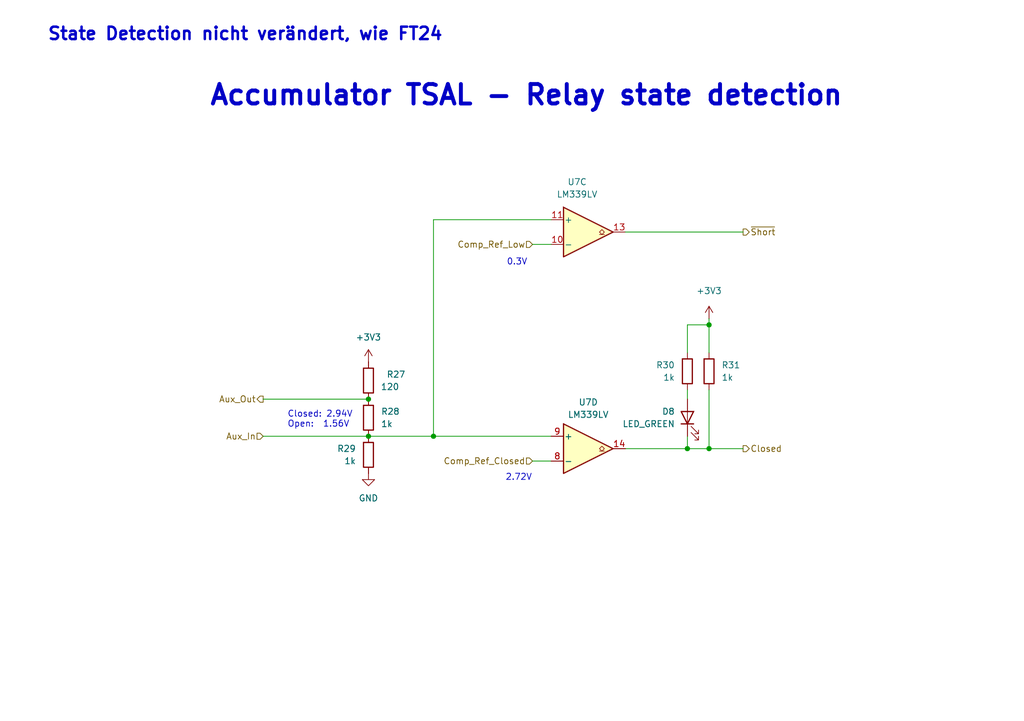
<source format=kicad_sch>
(kicad_sch
	(version 20231120)
	(generator "eeschema")
	(generator_version "8.0")
	(uuid "f2e9e1f3-b338-4b9d-939a-736f10e7d2a5")
	(paper "A5")
	(title_block
		(comment 2 "Accumulator TSAL - Relay state detection")
	)
	(lib_symbols
		(symbol "Comparator:LM339"
			(pin_names
				(offset 0.127)
			)
			(exclude_from_sim no)
			(in_bom yes)
			(on_board yes)
			(property "Reference" "U"
				(at 0 5.08 0)
				(effects
					(font
						(size 1.27 1.27)
					)
					(justify left)
				)
			)
			(property "Value" "LM339"
				(at 0 -5.08 0)
				(effects
					(font
						(size 1.27 1.27)
					)
					(justify left)
				)
			)
			(property "Footprint" ""
				(at -1.27 2.54 0)
				(effects
					(font
						(size 1.27 1.27)
					)
					(hide yes)
				)
			)
			(property "Datasheet" "https://www.st.com/resource/en/datasheet/lm139.pdf"
				(at 1.27 5.08 0)
				(effects
					(font
						(size 1.27 1.27)
					)
					(hide yes)
				)
			)
			(property "Description" "Quad Differential Comparators, SOIC-14/TSSOP-14"
				(at 0 0 0)
				(effects
					(font
						(size 1.27 1.27)
					)
					(hide yes)
				)
			)
			(property "ki_locked" ""
				(at 0 0 0)
				(effects
					(font
						(size 1.27 1.27)
					)
				)
			)
			(property "ki_keywords" "cmp open collector"
				(at 0 0 0)
				(effects
					(font
						(size 1.27 1.27)
					)
					(hide yes)
				)
			)
			(property "ki_fp_filters" "SOIC*3.9x8.7mm*P1.27mm* TSSOP*4.4x5mm*P0.65mm*"
				(at 0 0 0)
				(effects
					(font
						(size 1.27 1.27)
					)
					(hide yes)
				)
			)
			(symbol "LM339_1_1"
				(polyline
					(pts
						(xy -5.08 5.08) (xy 5.08 0) (xy -5.08 -5.08) (xy -5.08 5.08)
					)
					(stroke
						(width 0.254)
						(type default)
					)
					(fill
						(type background)
					)
				)
				(polyline
					(pts
						(xy 3.302 -0.508) (xy 2.794 -0.508) (xy 3.302 0) (xy 2.794 0.508) (xy 2.286 0) (xy 2.794 -0.508)
						(xy 2.286 -0.508)
					)
					(stroke
						(width 0.127)
						(type default)
					)
					(fill
						(type none)
					)
				)
				(pin open_collector line
					(at 7.62 0 180)
					(length 2.54)
					(name "~"
						(effects
							(font
								(size 1.27 1.27)
							)
						)
					)
					(number "2"
						(effects
							(font
								(size 1.27 1.27)
							)
						)
					)
				)
				(pin input line
					(at -7.62 -2.54 0)
					(length 2.54)
					(name "-"
						(effects
							(font
								(size 1.27 1.27)
							)
						)
					)
					(number "4"
						(effects
							(font
								(size 1.27 1.27)
							)
						)
					)
				)
				(pin input line
					(at -7.62 2.54 0)
					(length 2.54)
					(name "+"
						(effects
							(font
								(size 1.27 1.27)
							)
						)
					)
					(number "5"
						(effects
							(font
								(size 1.27 1.27)
							)
						)
					)
				)
			)
			(symbol "LM339_2_1"
				(polyline
					(pts
						(xy -5.08 5.08) (xy 5.08 0) (xy -5.08 -5.08) (xy -5.08 5.08)
					)
					(stroke
						(width 0.254)
						(type default)
					)
					(fill
						(type background)
					)
				)
				(polyline
					(pts
						(xy 3.302 -0.508) (xy 2.794 -0.508) (xy 3.302 0) (xy 2.794 0.508) (xy 2.286 0) (xy 2.794 -0.508)
						(xy 2.286 -0.508)
					)
					(stroke
						(width 0.127)
						(type default)
					)
					(fill
						(type none)
					)
				)
				(pin open_collector line
					(at 7.62 0 180)
					(length 2.54)
					(name "~"
						(effects
							(font
								(size 1.27 1.27)
							)
						)
					)
					(number "1"
						(effects
							(font
								(size 1.27 1.27)
							)
						)
					)
				)
				(pin input line
					(at -7.62 -2.54 0)
					(length 2.54)
					(name "-"
						(effects
							(font
								(size 1.27 1.27)
							)
						)
					)
					(number "6"
						(effects
							(font
								(size 1.27 1.27)
							)
						)
					)
				)
				(pin input line
					(at -7.62 2.54 0)
					(length 2.54)
					(name "+"
						(effects
							(font
								(size 1.27 1.27)
							)
						)
					)
					(number "7"
						(effects
							(font
								(size 1.27 1.27)
							)
						)
					)
				)
			)
			(symbol "LM339_3_1"
				(polyline
					(pts
						(xy -5.08 5.08) (xy 5.08 0) (xy -5.08 -5.08) (xy -5.08 5.08)
					)
					(stroke
						(width 0.254)
						(type default)
					)
					(fill
						(type background)
					)
				)
				(polyline
					(pts
						(xy 3.302 -0.508) (xy 2.794 -0.508) (xy 3.302 0) (xy 2.794 0.508) (xy 2.286 0) (xy 2.794 -0.508)
						(xy 2.286 -0.508)
					)
					(stroke
						(width 0.127)
						(type default)
					)
					(fill
						(type none)
					)
				)
				(pin input line
					(at -7.62 -2.54 0)
					(length 2.54)
					(name "-"
						(effects
							(font
								(size 1.27 1.27)
							)
						)
					)
					(number "10"
						(effects
							(font
								(size 1.27 1.27)
							)
						)
					)
				)
				(pin input line
					(at -7.62 2.54 0)
					(length 2.54)
					(name "+"
						(effects
							(font
								(size 1.27 1.27)
							)
						)
					)
					(number "11"
						(effects
							(font
								(size 1.27 1.27)
							)
						)
					)
				)
				(pin open_collector line
					(at 7.62 0 180)
					(length 2.54)
					(name "~"
						(effects
							(font
								(size 1.27 1.27)
							)
						)
					)
					(number "13"
						(effects
							(font
								(size 1.27 1.27)
							)
						)
					)
				)
			)
			(symbol "LM339_4_1"
				(polyline
					(pts
						(xy -5.08 5.08) (xy 5.08 0) (xy -5.08 -5.08) (xy -5.08 5.08)
					)
					(stroke
						(width 0.254)
						(type default)
					)
					(fill
						(type background)
					)
				)
				(polyline
					(pts
						(xy 3.302 -0.508) (xy 2.794 -0.508) (xy 3.302 0) (xy 2.794 0.508) (xy 2.286 0) (xy 2.794 -0.508)
						(xy 2.286 -0.508)
					)
					(stroke
						(width 0.127)
						(type default)
					)
					(fill
						(type none)
					)
				)
				(pin open_collector line
					(at 7.62 0 180)
					(length 2.54)
					(name "~"
						(effects
							(font
								(size 1.27 1.27)
							)
						)
					)
					(number "14"
						(effects
							(font
								(size 1.27 1.27)
							)
						)
					)
				)
				(pin input line
					(at -7.62 -2.54 0)
					(length 2.54)
					(name "-"
						(effects
							(font
								(size 1.27 1.27)
							)
						)
					)
					(number "8"
						(effects
							(font
								(size 1.27 1.27)
							)
						)
					)
				)
				(pin input line
					(at -7.62 2.54 0)
					(length 2.54)
					(name "+"
						(effects
							(font
								(size 1.27 1.27)
							)
						)
					)
					(number "9"
						(effects
							(font
								(size 1.27 1.27)
							)
						)
					)
				)
			)
			(symbol "LM339_5_1"
				(pin power_in line
					(at -2.54 -7.62 90)
					(length 3.81)
					(name "V-"
						(effects
							(font
								(size 1.27 1.27)
							)
						)
					)
					(number "12"
						(effects
							(font
								(size 1.27 1.27)
							)
						)
					)
				)
				(pin power_in line
					(at -2.54 7.62 270)
					(length 3.81)
					(name "V+"
						(effects
							(font
								(size 1.27 1.27)
							)
						)
					)
					(number "3"
						(effects
							(font
								(size 1.27 1.27)
							)
						)
					)
				)
			)
		)
		(symbol "Device:LED"
			(pin_numbers hide)
			(pin_names
				(offset 1.016) hide)
			(exclude_from_sim no)
			(in_bom yes)
			(on_board yes)
			(property "Reference" "D"
				(at 0 2.54 0)
				(effects
					(font
						(size 1.27 1.27)
					)
				)
			)
			(property "Value" "LED"
				(at 0 -2.54 0)
				(effects
					(font
						(size 1.27 1.27)
					)
				)
			)
			(property "Footprint" ""
				(at 0 0 0)
				(effects
					(font
						(size 1.27 1.27)
					)
					(hide yes)
				)
			)
			(property "Datasheet" "~"
				(at 0 0 0)
				(effects
					(font
						(size 1.27 1.27)
					)
					(hide yes)
				)
			)
			(property "Description" "Light emitting diode"
				(at 0 0 0)
				(effects
					(font
						(size 1.27 1.27)
					)
					(hide yes)
				)
			)
			(property "ki_keywords" "LED diode"
				(at 0 0 0)
				(effects
					(font
						(size 1.27 1.27)
					)
					(hide yes)
				)
			)
			(property "ki_fp_filters" "LED* LED_SMD:* LED_THT:*"
				(at 0 0 0)
				(effects
					(font
						(size 1.27 1.27)
					)
					(hide yes)
				)
			)
			(symbol "LED_0_1"
				(polyline
					(pts
						(xy -1.27 -1.27) (xy -1.27 1.27)
					)
					(stroke
						(width 0.254)
						(type default)
					)
					(fill
						(type none)
					)
				)
				(polyline
					(pts
						(xy -1.27 0) (xy 1.27 0)
					)
					(stroke
						(width 0)
						(type default)
					)
					(fill
						(type none)
					)
				)
				(polyline
					(pts
						(xy 1.27 -1.27) (xy 1.27 1.27) (xy -1.27 0) (xy 1.27 -1.27)
					)
					(stroke
						(width 0.254)
						(type default)
					)
					(fill
						(type none)
					)
				)
				(polyline
					(pts
						(xy -3.048 -0.762) (xy -4.572 -2.286) (xy -3.81 -2.286) (xy -4.572 -2.286) (xy -4.572 -1.524)
					)
					(stroke
						(width 0)
						(type default)
					)
					(fill
						(type none)
					)
				)
				(polyline
					(pts
						(xy -1.778 -0.762) (xy -3.302 -2.286) (xy -2.54 -2.286) (xy -3.302 -2.286) (xy -3.302 -1.524)
					)
					(stroke
						(width 0)
						(type default)
					)
					(fill
						(type none)
					)
				)
			)
			(symbol "LED_1_1"
				(pin passive line
					(at -3.81 0 0)
					(length 2.54)
					(name "K"
						(effects
							(font
								(size 1.27 1.27)
							)
						)
					)
					(number "1"
						(effects
							(font
								(size 1.27 1.27)
							)
						)
					)
				)
				(pin passive line
					(at 3.81 0 180)
					(length 2.54)
					(name "A"
						(effects
							(font
								(size 1.27 1.27)
							)
						)
					)
					(number "2"
						(effects
							(font
								(size 1.27 1.27)
							)
						)
					)
				)
			)
		)
		(symbol "Device:R"
			(pin_numbers hide)
			(pin_names
				(offset 0)
			)
			(exclude_from_sim no)
			(in_bom yes)
			(on_board yes)
			(property "Reference" "R"
				(at 2.032 0 90)
				(effects
					(font
						(size 1.27 1.27)
					)
				)
			)
			(property "Value" "R"
				(at 0 0 90)
				(effects
					(font
						(size 1.27 1.27)
					)
				)
			)
			(property "Footprint" ""
				(at -1.778 0 90)
				(effects
					(font
						(size 1.27 1.27)
					)
					(hide yes)
				)
			)
			(property "Datasheet" "~"
				(at 0 0 0)
				(effects
					(font
						(size 1.27 1.27)
					)
					(hide yes)
				)
			)
			(property "Description" "Resistor"
				(at 0 0 0)
				(effects
					(font
						(size 1.27 1.27)
					)
					(hide yes)
				)
			)
			(property "ki_keywords" "R res resistor"
				(at 0 0 0)
				(effects
					(font
						(size 1.27 1.27)
					)
					(hide yes)
				)
			)
			(property "ki_fp_filters" "R_*"
				(at 0 0 0)
				(effects
					(font
						(size 1.27 1.27)
					)
					(hide yes)
				)
			)
			(symbol "R_0_1"
				(rectangle
					(start -1.016 -2.54)
					(end 1.016 2.54)
					(stroke
						(width 0.254)
						(type default)
					)
					(fill
						(type none)
					)
				)
			)
			(symbol "R_1_1"
				(pin passive line
					(at 0 3.81 270)
					(length 1.27)
					(name "~"
						(effects
							(font
								(size 1.27 1.27)
							)
						)
					)
					(number "1"
						(effects
							(font
								(size 1.27 1.27)
							)
						)
					)
				)
				(pin passive line
					(at 0 -3.81 90)
					(length 1.27)
					(name "~"
						(effects
							(font
								(size 1.27 1.27)
							)
						)
					)
					(number "2"
						(effects
							(font
								(size 1.27 1.27)
							)
						)
					)
				)
			)
		)
		(symbol "power:+3V3"
			(power)
			(pin_numbers hide)
			(pin_names
				(offset 0) hide)
			(exclude_from_sim no)
			(in_bom yes)
			(on_board yes)
			(property "Reference" "#PWR"
				(at 0 -3.81 0)
				(effects
					(font
						(size 1.27 1.27)
					)
					(hide yes)
				)
			)
			(property "Value" "+3V3"
				(at 0 3.556 0)
				(effects
					(font
						(size 1.27 1.27)
					)
				)
			)
			(property "Footprint" ""
				(at 0 0 0)
				(effects
					(font
						(size 1.27 1.27)
					)
					(hide yes)
				)
			)
			(property "Datasheet" ""
				(at 0 0 0)
				(effects
					(font
						(size 1.27 1.27)
					)
					(hide yes)
				)
			)
			(property "Description" "Power symbol creates a global label with name \"+3V3\""
				(at 0 0 0)
				(effects
					(font
						(size 1.27 1.27)
					)
					(hide yes)
				)
			)
			(property "ki_keywords" "global power"
				(at 0 0 0)
				(effects
					(font
						(size 1.27 1.27)
					)
					(hide yes)
				)
			)
			(symbol "+3V3_0_1"
				(polyline
					(pts
						(xy -0.762 1.27) (xy 0 2.54)
					)
					(stroke
						(width 0)
						(type default)
					)
					(fill
						(type none)
					)
				)
				(polyline
					(pts
						(xy 0 0) (xy 0 2.54)
					)
					(stroke
						(width 0)
						(type default)
					)
					(fill
						(type none)
					)
				)
				(polyline
					(pts
						(xy 0 2.54) (xy 0.762 1.27)
					)
					(stroke
						(width 0)
						(type default)
					)
					(fill
						(type none)
					)
				)
			)
			(symbol "+3V3_1_1"
				(pin power_in line
					(at 0 0 90)
					(length 0)
					(name "~"
						(effects
							(font
								(size 1.27 1.27)
							)
						)
					)
					(number "1"
						(effects
							(font
								(size 1.27 1.27)
							)
						)
					)
				)
			)
		)
		(symbol "power:GND"
			(power)
			(pin_numbers hide)
			(pin_names
				(offset 0) hide)
			(exclude_from_sim no)
			(in_bom yes)
			(on_board yes)
			(property "Reference" "#PWR"
				(at 0 -6.35 0)
				(effects
					(font
						(size 1.27 1.27)
					)
					(hide yes)
				)
			)
			(property "Value" "GND"
				(at 0 -3.81 0)
				(effects
					(font
						(size 1.27 1.27)
					)
				)
			)
			(property "Footprint" ""
				(at 0 0 0)
				(effects
					(font
						(size 1.27 1.27)
					)
					(hide yes)
				)
			)
			(property "Datasheet" ""
				(at 0 0 0)
				(effects
					(font
						(size 1.27 1.27)
					)
					(hide yes)
				)
			)
			(property "Description" "Power symbol creates a global label with name \"GND\" , ground"
				(at 0 0 0)
				(effects
					(font
						(size 1.27 1.27)
					)
					(hide yes)
				)
			)
			(property "ki_keywords" "global power"
				(at 0 0 0)
				(effects
					(font
						(size 1.27 1.27)
					)
					(hide yes)
				)
			)
			(symbol "GND_0_1"
				(polyline
					(pts
						(xy 0 0) (xy 0 -1.27) (xy 1.27 -1.27) (xy 0 -2.54) (xy -1.27 -1.27) (xy 0 -1.27)
					)
					(stroke
						(width 0)
						(type default)
					)
					(fill
						(type none)
					)
				)
			)
			(symbol "GND_1_1"
				(pin power_in line
					(at 0 0 270)
					(length 0)
					(name "~"
						(effects
							(font
								(size 1.27 1.27)
							)
						)
					)
					(number "1"
						(effects
							(font
								(size 1.27 1.27)
							)
						)
					)
				)
			)
		)
	)
	(junction
		(at 140.97 92.075)
		(diameter 0)
		(color 0 0 0 0)
		(uuid "1d3dd314-d0de-4233-bfa8-dcf10ccc2026")
	)
	(junction
		(at 145.415 92.075)
		(diameter 0)
		(color 0 0 0 0)
		(uuid "30c211d6-239b-4043-ade8-8dc6986ed4e4")
	)
	(junction
		(at 88.9 89.535)
		(diameter 0)
		(color 0 0 0 0)
		(uuid "3ca84114-241f-4f48-ab1f-7f2dde87ae1c")
	)
	(junction
		(at 75.565 81.915)
		(diameter 0)
		(color 0 0 0 0)
		(uuid "8a523b09-bcba-409a-b775-eba8de0fe2d5")
	)
	(junction
		(at 75.565 89.535)
		(diameter 0)
		(color 0 0 0 0)
		(uuid "c9837770-9e24-4463-8bcd-21dc1b0a233c")
	)
	(junction
		(at 145.415 66.675)
		(diameter 0)
		(color 0 0 0 0)
		(uuid "f4e9a88e-981e-4263-bdd4-d0506e4905eb")
	)
	(wire
		(pts
			(xy 145.415 80.01) (xy 145.415 92.075)
		)
		(stroke
			(width 0)
			(type default)
		)
		(uuid "05b0369f-c301-41ce-a118-ae5bf28690dd")
	)
	(wire
		(pts
			(xy 53.975 81.915) (xy 75.565 81.915)
		)
		(stroke
			(width 0)
			(type default)
		)
		(uuid "2ad450e8-bdc8-4d36-8c9f-aa9546b3578d")
	)
	(wire
		(pts
			(xy 75.565 89.535) (xy 88.9 89.535)
		)
		(stroke
			(width 0)
			(type default)
		)
		(uuid "2ee9b850-4efd-4e89-b391-aed8fc700c07")
	)
	(wire
		(pts
			(xy 145.415 66.675) (xy 145.415 72.39)
		)
		(stroke
			(width 0)
			(type default)
		)
		(uuid "2f5db699-1ca8-471d-908a-1037b11fff7f")
	)
	(wire
		(pts
			(xy 145.415 65.405) (xy 145.415 66.675)
		)
		(stroke
			(width 0)
			(type default)
		)
		(uuid "3c1dd601-a16c-4e9a-a8c1-2dbae900faae")
	)
	(wire
		(pts
			(xy 128.27 92.075) (xy 140.97 92.075)
		)
		(stroke
			(width 0)
			(type default)
		)
		(uuid "563f5651-fda3-4080-b6ee-169596b80dfe")
	)
	(wire
		(pts
			(xy 109.22 94.615) (xy 113.03 94.615)
		)
		(stroke
			(width 0)
			(type default)
		)
		(uuid "5edf5f4c-24ad-4f9c-b1e3-ec9843a21757")
	)
	(wire
		(pts
			(xy 128.27 47.625) (xy 152.4 47.625)
		)
		(stroke
			(width 0)
			(type default)
		)
		(uuid "69bc3707-39ce-4707-abfe-877f06b424a7")
	)
	(wire
		(pts
			(xy 109.22 50.165) (xy 113.03 50.165)
		)
		(stroke
			(width 0)
			(type default)
		)
		(uuid "7ef59bd1-2177-4689-939e-d2f1f419fa14")
	)
	(wire
		(pts
			(xy 88.9 45.085) (xy 88.9 89.535)
		)
		(stroke
			(width 0)
			(type default)
		)
		(uuid "92455749-cf87-4c97-91c1-b44aa8142af1")
	)
	(wire
		(pts
			(xy 140.97 80.01) (xy 140.97 81.915)
		)
		(stroke
			(width 0)
			(type default)
		)
		(uuid "a6b0cbeb-03a5-4d5e-97a9-c9ea9850a5c9")
	)
	(wire
		(pts
			(xy 145.415 92.075) (xy 152.4 92.075)
		)
		(stroke
			(width 0)
			(type default)
		)
		(uuid "a6f1e762-ea78-47e7-910e-fc90f8c83b72")
	)
	(wire
		(pts
			(xy 53.975 89.535) (xy 75.565 89.535)
		)
		(stroke
			(width 0)
			(type default)
		)
		(uuid "c11cd985-b3b2-4d9c-82a4-ad48a69b81e3")
	)
	(wire
		(pts
			(xy 140.97 66.675) (xy 140.97 72.39)
		)
		(stroke
			(width 0)
			(type default)
		)
		(uuid "d4d2c56d-ff6a-4b58-8570-185867e2f203")
	)
	(wire
		(pts
			(xy 88.9 89.535) (xy 113.03 89.535)
		)
		(stroke
			(width 0)
			(type default)
		)
		(uuid "dffbd5a2-1a93-4f2a-9424-c71d27f195e9")
	)
	(wire
		(pts
			(xy 88.9 45.085) (xy 113.03 45.085)
		)
		(stroke
			(width 0)
			(type default)
		)
		(uuid "ea514ddf-f898-4e70-a32c-2955b934fc79")
	)
	(wire
		(pts
			(xy 140.97 89.535) (xy 140.97 92.075)
		)
		(stroke
			(width 0)
			(type default)
		)
		(uuid "ef1a8d24-2961-4c2f-9822-0f47c24d548e")
	)
	(wire
		(pts
			(xy 140.97 66.675) (xy 145.415 66.675)
		)
		(stroke
			(width 0)
			(type default)
		)
		(uuid "efac4e5c-0dcf-4fda-b1aa-42f96bbcd5c1")
	)
	(wire
		(pts
			(xy 140.97 92.075) (xy 145.415 92.075)
		)
		(stroke
			(width 0)
			(type default)
		)
		(uuid "f74fa686-9713-49c0-8ec3-b527292e8c07")
	)
	(text "Accumulator TSAL - Relay state detection"
		(exclude_from_sim no)
		(at 107.95 19.685 0)
		(effects
			(font
				(size 4 4)
				(bold yes)
			)
		)
		(uuid "06260f95-dfa4-4d92-ad59-2b51c6f0145b")
	)
	(text "0.3V"
		(exclude_from_sim no)
		(at 103.886 54.61 0)
		(effects
			(font
				(size 1.27 1.27)
			)
			(justify left bottom)
		)
		(uuid "71459555-970f-4c55-8475-36962609e46e")
	)
	(text "2.72V"
		(exclude_from_sim no)
		(at 103.632 98.806 0)
		(effects
			(font
				(size 1.27 1.27)
			)
			(justify left bottom)
		)
		(uuid "8caf1b0f-75da-4d19-a8d6-6e49939b0b53")
	)
	(text "Closed: 2.94V\nOpen:  1.56V"
		(exclude_from_sim no)
		(at 58.928 87.884 0)
		(effects
			(font
				(size 1.27 1.27)
			)
			(justify left bottom)
		)
		(uuid "a28e69bd-9e8e-480e-9f94-2ad2de5d5e2b")
	)
	(text "State Detection nicht verändert, wie FT24"
		(exclude_from_sim no)
		(at 50.292 7.112 0)
		(effects
			(font
				(size 2.54 2.54)
				(thickness 0.508)
				(bold yes)
			)
		)
		(uuid "c94d1f4d-771b-4b90-bb9f-b1c414f7cf00")
	)
	(hierarchical_label "Comp_Ref_Closed"
		(shape input)
		(at 109.22 94.615 180)
		(fields_autoplaced yes)
		(effects
			(font
				(size 1.27 1.27)
			)
			(justify right)
		)
		(uuid "276a4cf8-5dfd-46a6-bd59-d2919b7706e6")
	)
	(hierarchical_label "Aux_In"
		(shape input)
		(at 53.975 89.535 180)
		(fields_autoplaced yes)
		(effects
			(font
				(size 1.27 1.27)
			)
			(justify right)
		)
		(uuid "516fe93e-5802-45b8-9c6f-e2e067eca2df")
	)
	(hierarchical_label "Comp_Ref_Low"
		(shape input)
		(at 109.22 50.165 180)
		(fields_autoplaced yes)
		(effects
			(font
				(size 1.27 1.27)
			)
			(justify right)
		)
		(uuid "9c41befa-beb5-4413-a22d-f173d5ae597a")
	)
	(hierarchical_label "Closed"
		(shape output)
		(at 152.4 92.075 0)
		(fields_autoplaced yes)
		(effects
			(font
				(size 1.27 1.27)
			)
			(justify left)
		)
		(uuid "a0383fd1-b13d-47b2-b725-bfcf7174c3e6")
	)
	(hierarchical_label "~{Short}"
		(shape output)
		(at 152.4 47.625 0)
		(fields_autoplaced yes)
		(effects
			(font
				(size 1.27 1.27)
			)
			(justify left)
		)
		(uuid "c357a855-b414-4b47-bc4d-03f4a11e756a")
	)
	(hierarchical_label "Aux_Out"
		(shape output)
		(at 53.975 81.915 180)
		(fields_autoplaced yes)
		(effects
			(font
				(size 1.27 1.27)
			)
			(justify right)
		)
		(uuid "fb0c5151-4aad-4c40-ac98-1cedf7084536")
	)
	(symbol
		(lib_id "power:+3V3")
		(at 145.415 65.405 0)
		(unit 1)
		(exclude_from_sim no)
		(in_bom yes)
		(on_board yes)
		(dnp no)
		(fields_autoplaced yes)
		(uuid "03518705-a9fd-48e8-9839-2af84b286126")
		(property "Reference" "#PWR034"
			(at 145.415 69.215 0)
			(effects
				(font
					(size 1.27 1.27)
				)
				(hide yes)
			)
		)
		(property "Value" "+3V3"
			(at 145.415 59.69 0)
			(effects
				(font
					(size 1.27 1.27)
				)
			)
		)
		(property "Footprint" ""
			(at 145.415 65.405 0)
			(effects
				(font
					(size 1.27 1.27)
				)
				(hide yes)
			)
		)
		(property "Datasheet" ""
			(at 145.415 65.405 0)
			(effects
				(font
					(size 1.27 1.27)
				)
				(hide yes)
			)
		)
		(property "Description" "Power symbol creates a global label with name \"+3V3\""
			(at 145.415 65.405 0)
			(effects
				(font
					(size 1.27 1.27)
				)
				(hide yes)
			)
		)
		(pin "1"
			(uuid "700d0810-b14c-4f7b-bde0-461eb7b8be23")
		)
		(instances
			(project "Master_FT25"
				(path "/e63e39d7-6ac0-4ffd-8aa3-1841a4541b55/5ce1aa0c-f98f-4b94-80bd-f188cf4c57de/e649f750-43fb-4736-9da9-c800ce3f6889"
					(reference "#PWR034")
					(unit 1)
				)
				(path "/e63e39d7-6ac0-4ffd-8aa3-1841a4541b55/5ce1aa0c-f98f-4b94-80bd-f188cf4c57de/54737fac-fcef-40fa-b622-603ee6208743"
					(reference "#PWR037")
					(unit 1)
				)
			)
		)
	)
	(symbol
		(lib_id "Comparator:LM339")
		(at 120.65 92.075 0)
		(unit 4)
		(exclude_from_sim no)
		(in_bom yes)
		(on_board yes)
		(dnp no)
		(fields_autoplaced yes)
		(uuid "0b72ffc6-666f-4365-a8e2-e330a45de594")
		(property "Reference" "U7"
			(at 120.65 82.55 0)
			(effects
				(font
					(size 1.27 1.27)
				)
			)
		)
		(property "Value" "LM339LV"
			(at 120.65 85.09 0)
			(effects
				(font
					(size 1.27 1.27)
				)
			)
		)
		(property "Footprint" "Package_SO:TSSOP-14_4.4x5mm_P0.65mm"
			(at 119.38 89.535 0)
			(effects
				(font
					(size 1.27 1.27)
				)
				(hide yes)
			)
		)
		(property "Datasheet" "https://www.st.com/resource/en/datasheet/lm139.pdf"
			(at 121.92 86.995 0)
			(effects
				(font
					(size 1.27 1.27)
				)
				(hide yes)
			)
		)
		(property "Description" "Quad Differential Comparators, SOIC-14/TSSOP-14"
			(at 120.65 92.075 0)
			(effects
				(font
					(size 1.27 1.27)
				)
				(hide yes)
			)
		)
		(property "Sim.Device" ""
			(at 120.65 92.075 0)
			(effects
				(font
					(size 1.27 1.27)
				)
				(hide yes)
			)
		)
		(property "Sim.Pins" ""
			(at 120.65 92.075 0)
			(effects
				(font
					(size 1.27 1.27)
				)
				(hide yes)
			)
		)
		(property "Sim.Type" ""
			(at 120.65 92.075 0)
			(effects
				(font
					(size 1.27 1.27)
				)
				(hide yes)
			)
		)
		(pin "2"
			(uuid "547a7c1e-762b-41e8-9e26-12eb67d18104")
		)
		(pin "4"
			(uuid "cd8a7700-92e2-4af4-a189-f68581e39abd")
		)
		(pin "5"
			(uuid "4e849c5a-e725-4d18-b628-9a323a34213e")
		)
		(pin "1"
			(uuid "d3e44f3c-4ea7-4046-87e4-ad4060de41af")
		)
		(pin "6"
			(uuid "1faa748a-5099-43ac-afb0-e138427cdb07")
		)
		(pin "7"
			(uuid "36ff7564-d0f5-43f7-9753-c87e1e835845")
		)
		(pin "10"
			(uuid "68218e22-1193-4ea9-90d7-b60c1f0ce7fb")
		)
		(pin "11"
			(uuid "b6fe5d6e-00db-4f68-9b65-f8698d5deccc")
		)
		(pin "13"
			(uuid "567c07aa-1c51-4ef9-9945-4465a760d0a0")
		)
		(pin "14"
			(uuid "395b8bc4-cd8e-4f71-84fb-5ff00b81cd8d")
		)
		(pin "8"
			(uuid "fe105cce-f7dd-48fc-ae6b-43c06684af9d")
		)
		(pin "9"
			(uuid "a9227473-e068-4ac1-a7ed-e3905307a961")
		)
		(pin "12"
			(uuid "d6c2a930-488e-4a1e-9aef-115a8499b66e")
		)
		(pin "3"
			(uuid "f35b7aa3-fb69-4b6a-9c5b-4f3dd0b81c4b")
		)
		(instances
			(project "Master_FT25"
				(path "/e63e39d7-6ac0-4ffd-8aa3-1841a4541b55/5ce1aa0c-f98f-4b94-80bd-f188cf4c57de/e649f750-43fb-4736-9da9-c800ce3f6889"
					(reference "U7")
					(unit 4)
				)
				(path "/e63e39d7-6ac0-4ffd-8aa3-1841a4541b55/5ce1aa0c-f98f-4b94-80bd-f188cf4c57de/54737fac-fcef-40fa-b622-603ee6208743"
					(reference "U7")
					(unit 2)
				)
			)
		)
	)
	(symbol
		(lib_id "Comparator:LM339")
		(at 120.65 47.625 0)
		(unit 3)
		(exclude_from_sim no)
		(in_bom yes)
		(on_board yes)
		(dnp no)
		(uuid "0d695a48-2dc8-4863-a6b2-fc8ddc6757ce")
		(property "Reference" "U7"
			(at 118.364 37.338 0)
			(effects
				(font
					(size 1.27 1.27)
				)
			)
		)
		(property "Value" "LM339LV"
			(at 118.364 39.878 0)
			(effects
				(font
					(size 1.27 1.27)
				)
			)
		)
		(property "Footprint" "Package_SO:TSSOP-14_4.4x5mm_P0.65mm"
			(at 119.38 45.085 0)
			(effects
				(font
					(size 1.27 1.27)
				)
				(hide yes)
			)
		)
		(property "Datasheet" "https://www.st.com/resource/en/datasheet/lm139.pdf"
			(at 121.92 42.545 0)
			(effects
				(font
					(size 1.27 1.27)
				)
				(hide yes)
			)
		)
		(property "Description" "Quad Differential Comparators, SOIC-14/TSSOP-14"
			(at 120.65 47.625 0)
			(effects
				(font
					(size 1.27 1.27)
				)
				(hide yes)
			)
		)
		(property "Sim.Device" ""
			(at 120.65 47.625 0)
			(effects
				(font
					(size 1.27 1.27)
				)
				(hide yes)
			)
		)
		(property "Sim.Pins" ""
			(at 120.65 47.625 0)
			(effects
				(font
					(size 1.27 1.27)
				)
				(hide yes)
			)
		)
		(property "Sim.Type" ""
			(at 120.65 47.625 0)
			(effects
				(font
					(size 1.27 1.27)
				)
				(hide yes)
			)
		)
		(pin "2"
			(uuid "368f11ec-3476-4fe0-848d-7aa7045aab79")
		)
		(pin "4"
			(uuid "2774bad1-82ca-41a2-8724-f0864ba47686")
		)
		(pin "5"
			(uuid "7fc338cc-5b0b-43ed-9576-ff3b140eb7aa")
		)
		(pin "1"
			(uuid "711d88df-be6b-4db6-82f2-8c47f482c702")
		)
		(pin "6"
			(uuid "a7fda918-6fed-4f99-abe6-b1d48889dd01")
		)
		(pin "7"
			(uuid "ae6a693b-5da5-44fe-b76b-dccc2c87d40b")
		)
		(pin "10"
			(uuid "5637485c-b1a2-4a06-af3d-a51d6d238593")
		)
		(pin "11"
			(uuid "68120bea-6665-4871-ade4-3b76e80586e6")
		)
		(pin "13"
			(uuid "14426460-b6bc-41ae-8d33-4746baafdbe5")
		)
		(pin "14"
			(uuid "cad9676b-7828-4469-afe1-ea97578ec5e4")
		)
		(pin "8"
			(uuid "5edf60ee-bb83-4aba-907c-9bc4dc53b520")
		)
		(pin "9"
			(uuid "84ed42e8-1866-48a6-a7a3-73209a0e81a5")
		)
		(pin "12"
			(uuid "71fdf0c9-d739-4d8f-b055-82100800c8cb")
		)
		(pin "3"
			(uuid "77a3ba7f-5c63-4883-9f5a-20c1fc31cb01")
		)
		(instances
			(project "Master_FT25"
				(path "/e63e39d7-6ac0-4ffd-8aa3-1841a4541b55/5ce1aa0c-f98f-4b94-80bd-f188cf4c57de/e649f750-43fb-4736-9da9-c800ce3f6889"
					(reference "U7")
					(unit 3)
				)
				(path "/e63e39d7-6ac0-4ffd-8aa3-1841a4541b55/5ce1aa0c-f98f-4b94-80bd-f188cf4c57de/54737fac-fcef-40fa-b622-603ee6208743"
					(reference "U7")
					(unit 1)
				)
			)
		)
	)
	(symbol
		(lib_id "Device:R")
		(at 75.565 78.105 0)
		(mirror x)
		(unit 1)
		(exclude_from_sim no)
		(in_bom yes)
		(on_board yes)
		(dnp no)
		(uuid "5d98537b-1064-421a-8631-9a73bc20a1f5")
		(property "Reference" "R27"
			(at 83.185 76.835 0)
			(effects
				(font
					(size 1.27 1.27)
				)
				(justify right)
			)
		)
		(property "Value" "120"
			(at 81.915 79.375 0)
			(effects
				(font
					(size 1.27 1.27)
				)
				(justify right)
			)
		)
		(property "Footprint" "Resistor_SMD:R_0603_1608Metric"
			(at 73.787 78.105 90)
			(effects
				(font
					(size 1.27 1.27)
				)
				(hide yes)
			)
		)
		(property "Datasheet" "~"
			(at 75.565 78.105 0)
			(effects
				(font
					(size 1.27 1.27)
				)
				(hide yes)
			)
		)
		(property "Description" "Resistor"
			(at 75.565 78.105 0)
			(effects
				(font
					(size 1.27 1.27)
				)
				(hide yes)
			)
		)
		(property "Sim.Device" ""
			(at 75.565 78.105 0)
			(effects
				(font
					(size 1.27 1.27)
				)
				(hide yes)
			)
		)
		(property "Sim.Pins" ""
			(at 75.565 78.105 0)
			(effects
				(font
					(size 1.27 1.27)
				)
				(hide yes)
			)
		)
		(property "Sim.Type" ""
			(at 75.565 78.105 0)
			(effects
				(font
					(size 1.27 1.27)
				)
				(hide yes)
			)
		)
		(pin "1"
			(uuid "65dec46c-18fe-449f-8ba8-01868c917035")
		)
		(pin "2"
			(uuid "dde9989f-b411-44a3-98c3-53547d5474da")
		)
		(instances
			(project "Master_FT25"
				(path "/e63e39d7-6ac0-4ffd-8aa3-1841a4541b55/5ce1aa0c-f98f-4b94-80bd-f188cf4c57de/e649f750-43fb-4736-9da9-c800ce3f6889"
					(reference "R27")
					(unit 1)
				)
				(path "/e63e39d7-6ac0-4ffd-8aa3-1841a4541b55/5ce1aa0c-f98f-4b94-80bd-f188cf4c57de/54737fac-fcef-40fa-b622-603ee6208743"
					(reference "R32")
					(unit 1)
				)
			)
		)
	)
	(symbol
		(lib_id "power:+3V3")
		(at 75.565 74.295 0)
		(mirror y)
		(unit 1)
		(exclude_from_sim no)
		(in_bom yes)
		(on_board yes)
		(dnp no)
		(fields_autoplaced yes)
		(uuid "7535fa0f-bc6f-4340-8f8d-bf7bdd433375")
		(property "Reference" "#PWR032"
			(at 75.565 78.105 0)
			(effects
				(font
					(size 1.27 1.27)
				)
				(hide yes)
			)
		)
		(property "Value" "+3V3"
			(at 75.565 69.215 0)
			(effects
				(font
					(size 1.27 1.27)
				)
			)
		)
		(property "Footprint" ""
			(at 75.565 74.295 0)
			(effects
				(font
					(size 1.27 1.27)
				)
				(hide yes)
			)
		)
		(property "Datasheet" ""
			(at 75.565 74.295 0)
			(effects
				(font
					(size 1.27 1.27)
				)
				(hide yes)
			)
		)
		(property "Description" "Power symbol creates a global label with name \"+3V3\""
			(at 75.565 74.295 0)
			(effects
				(font
					(size 1.27 1.27)
				)
				(hide yes)
			)
		)
		(pin "1"
			(uuid "6d987db4-7f84-4c68-a13c-029737729595")
		)
		(instances
			(project "Master_FT25"
				(path "/e63e39d7-6ac0-4ffd-8aa3-1841a4541b55/5ce1aa0c-f98f-4b94-80bd-f188cf4c57de/e649f750-43fb-4736-9da9-c800ce3f6889"
					(reference "#PWR032")
					(unit 1)
				)
				(path "/e63e39d7-6ac0-4ffd-8aa3-1841a4541b55/5ce1aa0c-f98f-4b94-80bd-f188cf4c57de/54737fac-fcef-40fa-b622-603ee6208743"
					(reference "#PWR035")
					(unit 1)
				)
			)
		)
	)
	(symbol
		(lib_id "power:GND")
		(at 75.565 97.155 0)
		(mirror y)
		(unit 1)
		(exclude_from_sim no)
		(in_bom yes)
		(on_board yes)
		(dnp no)
		(fields_autoplaced yes)
		(uuid "78141151-1a1d-4e0d-8e99-d95f58df69f8")
		(property "Reference" "#PWR033"
			(at 75.565 103.505 0)
			(effects
				(font
					(size 1.27 1.27)
				)
				(hide yes)
			)
		)
		(property "Value" "GND"
			(at 75.565 102.235 0)
			(effects
				(font
					(size 1.27 1.27)
				)
			)
		)
		(property "Footprint" ""
			(at 75.565 97.155 0)
			(effects
				(font
					(size 1.27 1.27)
				)
				(hide yes)
			)
		)
		(property "Datasheet" ""
			(at 75.565 97.155 0)
			(effects
				(font
					(size 1.27 1.27)
				)
				(hide yes)
			)
		)
		(property "Description" "Power symbol creates a global label with name \"GND\" , ground"
			(at 75.565 97.155 0)
			(effects
				(font
					(size 1.27 1.27)
				)
				(hide yes)
			)
		)
		(pin "1"
			(uuid "2a15660a-f530-46ba-87c1-b24cc780a2b9")
		)
		(instances
			(project "Master_FT25"
				(path "/e63e39d7-6ac0-4ffd-8aa3-1841a4541b55/5ce1aa0c-f98f-4b94-80bd-f188cf4c57de/e649f750-43fb-4736-9da9-c800ce3f6889"
					(reference "#PWR033")
					(unit 1)
				)
				(path "/e63e39d7-6ac0-4ffd-8aa3-1841a4541b55/5ce1aa0c-f98f-4b94-80bd-f188cf4c57de/54737fac-fcef-40fa-b622-603ee6208743"
					(reference "#PWR036")
					(unit 1)
				)
			)
		)
	)
	(symbol
		(lib_id "Device:R")
		(at 75.565 93.345 0)
		(mirror x)
		(unit 1)
		(exclude_from_sim no)
		(in_bom yes)
		(on_board yes)
		(dnp no)
		(fields_autoplaced yes)
		(uuid "898c8bf5-aacd-4de2-aaef-b108cc16946d")
		(property "Reference" "R29"
			(at 73.025 92.0749 0)
			(effects
				(font
					(size 1.27 1.27)
				)
				(justify right)
			)
		)
		(property "Value" "1k"
			(at 73.025 94.6149 0)
			(effects
				(font
					(size 1.27 1.27)
				)
				(justify right)
			)
		)
		(property "Footprint" "Resistor_SMD:R_0603_1608Metric"
			(at 73.787 93.345 90)
			(effects
				(font
					(size 1.27 1.27)
				)
				(hide yes)
			)
		)
		(property "Datasheet" "~"
			(at 75.565 93.345 0)
			(effects
				(font
					(size 1.27 1.27)
				)
				(hide yes)
			)
		)
		(property "Description" "Resistor"
			(at 75.565 93.345 0)
			(effects
				(font
					(size 1.27 1.27)
				)
				(hide yes)
			)
		)
		(property "Sim.Device" ""
			(at 75.565 93.345 0)
			(effects
				(font
					(size 1.27 1.27)
				)
				(hide yes)
			)
		)
		(property "Sim.Pins" ""
			(at 75.565 93.345 0)
			(effects
				(font
					(size 1.27 1.27)
				)
				(hide yes)
			)
		)
		(property "Sim.Type" ""
			(at 75.565 93.345 0)
			(effects
				(font
					(size 1.27 1.27)
				)
				(hide yes)
			)
		)
		(pin "1"
			(uuid "d47b6303-e808-4677-908b-69a305f74cf9")
		)
		(pin "2"
			(uuid "7c824336-600b-4320-a0dc-02c0177ab012")
		)
		(instances
			(project "Master_FT25"
				(path "/e63e39d7-6ac0-4ffd-8aa3-1841a4541b55/5ce1aa0c-f98f-4b94-80bd-f188cf4c57de/e649f750-43fb-4736-9da9-c800ce3f6889"
					(reference "R29")
					(unit 1)
				)
				(path "/e63e39d7-6ac0-4ffd-8aa3-1841a4541b55/5ce1aa0c-f98f-4b94-80bd-f188cf4c57de/54737fac-fcef-40fa-b622-603ee6208743"
					(reference "R34")
					(unit 1)
				)
			)
		)
	)
	(symbol
		(lib_id "Device:R")
		(at 75.565 85.725 0)
		(mirror y)
		(unit 1)
		(exclude_from_sim no)
		(in_bom yes)
		(on_board yes)
		(dnp no)
		(fields_autoplaced yes)
		(uuid "8c8dd503-e03c-4d4c-9cf5-8ddbd1c80ac9")
		(property "Reference" "R28"
			(at 78.105 84.455 0)
			(effects
				(font
					(size 1.27 1.27)
				)
				(justify right)
			)
		)
		(property "Value" "1k"
			(at 78.105 86.995 0)
			(effects
				(font
					(size 1.27 1.27)
				)
				(justify right)
			)
		)
		(property "Footprint" "Resistor_SMD:R_0603_1608Metric"
			(at 77.343 85.725 90)
			(effects
				(font
					(size 1.27 1.27)
				)
				(hide yes)
			)
		)
		(property "Datasheet" "~"
			(at 75.565 85.725 0)
			(effects
				(font
					(size 1.27 1.27)
				)
				(hide yes)
			)
		)
		(property "Description" "Resistor"
			(at 75.565 85.725 0)
			(effects
				(font
					(size 1.27 1.27)
				)
				(hide yes)
			)
		)
		(property "Sim.Device" ""
			(at 75.565 85.725 0)
			(effects
				(font
					(size 1.27 1.27)
				)
				(hide yes)
			)
		)
		(property "Sim.Pins" ""
			(at 75.565 85.725 0)
			(effects
				(font
					(size 1.27 1.27)
				)
				(hide yes)
			)
		)
		(property "Sim.Type" ""
			(at 75.565 85.725 0)
			(effects
				(font
					(size 1.27 1.27)
				)
				(hide yes)
			)
		)
		(pin "1"
			(uuid "9ce41f94-2724-4cae-84e8-c19ca831a6a3")
		)
		(pin "2"
			(uuid "06f0484c-30c2-43be-8e9d-c806da7885f6")
		)
		(instances
			(project "Master_FT25"
				(path "/e63e39d7-6ac0-4ffd-8aa3-1841a4541b55/5ce1aa0c-f98f-4b94-80bd-f188cf4c57de/e649f750-43fb-4736-9da9-c800ce3f6889"
					(reference "R28")
					(unit 1)
				)
				(path "/e63e39d7-6ac0-4ffd-8aa3-1841a4541b55/5ce1aa0c-f98f-4b94-80bd-f188cf4c57de/54737fac-fcef-40fa-b622-603ee6208743"
					(reference "R33")
					(unit 1)
				)
			)
		)
	)
	(symbol
		(lib_id "Device:R")
		(at 140.97 76.2 0)
		(mirror x)
		(unit 1)
		(exclude_from_sim no)
		(in_bom yes)
		(on_board yes)
		(dnp no)
		(fields_autoplaced yes)
		(uuid "9555d99f-6cbf-45f9-b860-732738159584")
		(property "Reference" "R30"
			(at 138.43 74.9299 0)
			(effects
				(font
					(size 1.27 1.27)
				)
				(justify right)
			)
		)
		(property "Value" "1k"
			(at 138.43 77.4699 0)
			(effects
				(font
					(size 1.27 1.27)
				)
				(justify right)
			)
		)
		(property "Footprint" "Resistor_SMD:R_0603_1608Metric"
			(at 139.192 76.2 90)
			(effects
				(font
					(size 1.27 1.27)
				)
				(hide yes)
			)
		)
		(property "Datasheet" "~"
			(at 140.97 76.2 0)
			(effects
				(font
					(size 1.27 1.27)
				)
				(hide yes)
			)
		)
		(property "Description" "Resistor"
			(at 140.97 76.2 0)
			(effects
				(font
					(size 1.27 1.27)
				)
				(hide yes)
			)
		)
		(property "Sim.Device" ""
			(at 140.97 76.2 0)
			(effects
				(font
					(size 1.27 1.27)
				)
				(hide yes)
			)
		)
		(property "Sim.Pins" ""
			(at 140.97 76.2 0)
			(effects
				(font
					(size 1.27 1.27)
				)
				(hide yes)
			)
		)
		(property "Sim.Type" ""
			(at 140.97 76.2 0)
			(effects
				(font
					(size 1.27 1.27)
				)
				(hide yes)
			)
		)
		(pin "1"
			(uuid "8c89d067-5449-4f18-b860-dde403f36d8a")
		)
		(pin "2"
			(uuid "f35896bd-24c3-4a89-a0dd-f98e5767fa17")
		)
		(instances
			(project "Master_FT25"
				(path "/e63e39d7-6ac0-4ffd-8aa3-1841a4541b55/5ce1aa0c-f98f-4b94-80bd-f188cf4c57de/e649f750-43fb-4736-9da9-c800ce3f6889"
					(reference "R30")
					(unit 1)
				)
				(path "/e63e39d7-6ac0-4ffd-8aa3-1841a4541b55/5ce1aa0c-f98f-4b94-80bd-f188cf4c57de/54737fac-fcef-40fa-b622-603ee6208743"
					(reference "R35")
					(unit 1)
				)
			)
		)
	)
	(symbol
		(lib_id "Device:R")
		(at 145.415 76.2 0)
		(unit 1)
		(exclude_from_sim no)
		(in_bom yes)
		(on_board yes)
		(dnp no)
		(fields_autoplaced yes)
		(uuid "9c8965e9-c29b-42c5-bab6-931b4f27d35d")
		(property "Reference" "R31"
			(at 147.955 74.9299 0)
			(effects
				(font
					(size 1.27 1.27)
				)
				(justify left)
			)
		)
		(property "Value" "1k"
			(at 147.955 77.4699 0)
			(effects
				(font
					(size 1.27 1.27)
				)
				(justify left)
			)
		)
		(property "Footprint" "Resistor_SMD:R_0603_1608Metric"
			(at 143.637 76.2 90)
			(effects
				(font
					(size 1.27 1.27)
				)
				(hide yes)
			)
		)
		(property "Datasheet" "~"
			(at 145.415 76.2 0)
			(effects
				(font
					(size 1.27 1.27)
				)
				(hide yes)
			)
		)
		(property "Description" "Resistor"
			(at 145.415 76.2 0)
			(effects
				(font
					(size 1.27 1.27)
				)
				(hide yes)
			)
		)
		(property "Sim.Device" ""
			(at 145.415 76.2 0)
			(effects
				(font
					(size 1.27 1.27)
				)
				(hide yes)
			)
		)
		(property "Sim.Pins" ""
			(at 145.415 76.2 0)
			(effects
				(font
					(size 1.27 1.27)
				)
				(hide yes)
			)
		)
		(property "Sim.Type" ""
			(at 145.415 76.2 0)
			(effects
				(font
					(size 1.27 1.27)
				)
				(hide yes)
			)
		)
		(pin "1"
			(uuid "5684eb7a-5890-40c9-a697-eb67450305ed")
		)
		(pin "2"
			(uuid "bb41f099-5fe2-402e-9400-5e0134da7653")
		)
		(instances
			(project "Master_FT25"
				(path "/e63e39d7-6ac0-4ffd-8aa3-1841a4541b55/5ce1aa0c-f98f-4b94-80bd-f188cf4c57de/e649f750-43fb-4736-9da9-c800ce3f6889"
					(reference "R31")
					(unit 1)
				)
				(path "/e63e39d7-6ac0-4ffd-8aa3-1841a4541b55/5ce1aa0c-f98f-4b94-80bd-f188cf4c57de/54737fac-fcef-40fa-b622-603ee6208743"
					(reference "R36")
					(unit 1)
				)
			)
		)
	)
	(symbol
		(lib_id "Device:LED")
		(at 140.97 85.725 90)
		(unit 1)
		(exclude_from_sim no)
		(in_bom yes)
		(on_board yes)
		(dnp no)
		(uuid "d29709bb-5676-43c6-bc91-ca6cb8ea0e12")
		(property "Reference" "D8"
			(at 138.43 84.455 90)
			(effects
				(font
					(size 1.27 1.27)
				)
				(justify left)
			)
		)
		(property "Value" "LED_GREEN"
			(at 138.43 86.995 90)
			(effects
				(font
					(size 1.27 1.27)
				)
				(justify left)
			)
		)
		(property "Footprint" "LED_SMD:LED_0603_1608Metric"
			(at 140.97 85.725 0)
			(effects
				(font
					(size 1.27 1.27)
				)
				(hide yes)
			)
		)
		(property "Datasheet" "~"
			(at 140.97 85.725 0)
			(effects
				(font
					(size 1.27 1.27)
				)
				(hide yes)
			)
		)
		(property "Description" "Light emitting diode"
			(at 140.97 85.725 0)
			(effects
				(font
					(size 1.27 1.27)
				)
				(hide yes)
			)
		)
		(property "Sim.Device" ""
			(at 140.97 85.725 0)
			(effects
				(font
					(size 1.27 1.27)
				)
				(hide yes)
			)
		)
		(property "Sim.Pins" ""
			(at 140.97 85.725 0)
			(effects
				(font
					(size 1.27 1.27)
				)
				(hide yes)
			)
		)
		(property "Sim.Type" ""
			(at 140.97 85.725 0)
			(effects
				(font
					(size 1.27 1.27)
				)
				(hide yes)
			)
		)
		(pin "1"
			(uuid "5a638b61-fbdb-40ac-a389-1e589c09e555")
		)
		(pin "2"
			(uuid "5cc5d891-31f7-41bc-9eab-7cc11f86e6b9")
		)
		(instances
			(project "Master_FT25"
				(path "/e63e39d7-6ac0-4ffd-8aa3-1841a4541b55/5ce1aa0c-f98f-4b94-80bd-f188cf4c57de/e649f750-43fb-4736-9da9-c800ce3f6889"
					(reference "D8")
					(unit 1)
				)
				(path "/e63e39d7-6ac0-4ffd-8aa3-1841a4541b55/5ce1aa0c-f98f-4b94-80bd-f188cf4c57de/54737fac-fcef-40fa-b622-603ee6208743"
					(reference "D9")
					(unit 1)
				)
			)
		)
	)
)

</source>
